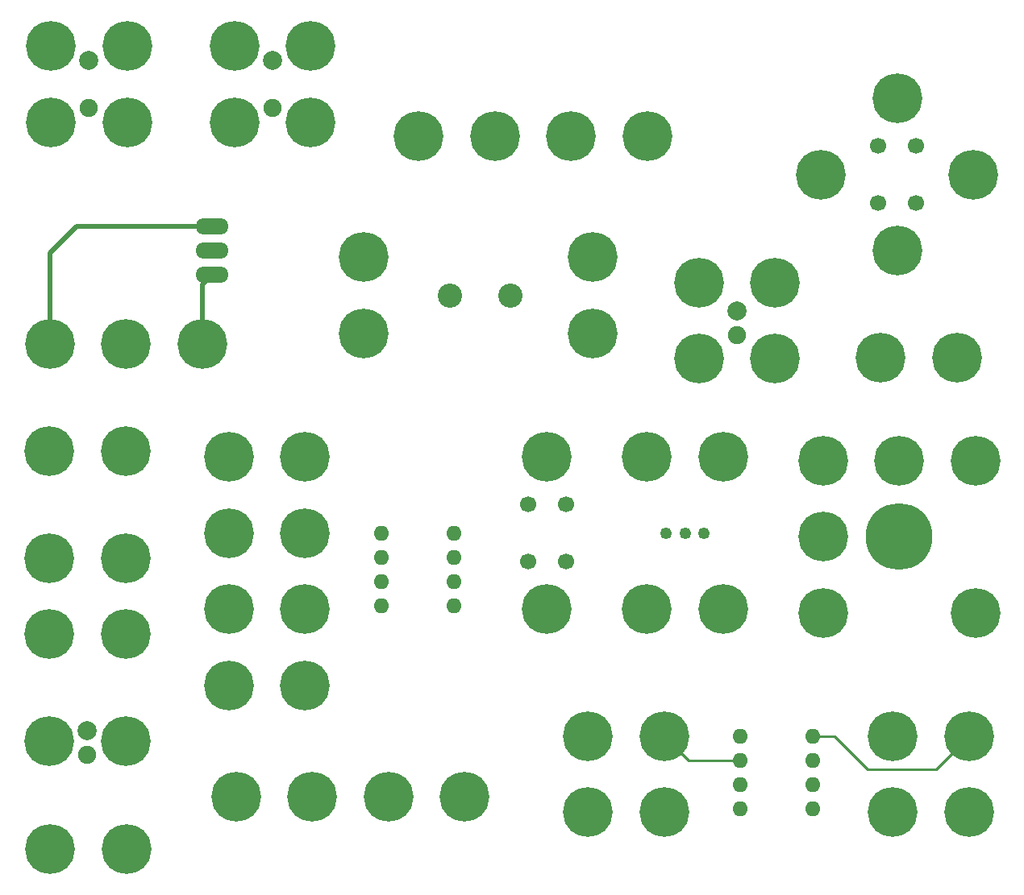
<source format=gbl>
G04 #@! TF.FileFunction,Copper,L2,Bot,Signal*
%FSLAX46Y46*%
G04 Gerber Fmt 4.6, Leading zero omitted, Abs format (unit mm)*
G04 Created by KiCad (PCBNEW 4.0.1-3.201512221402+6198~38~ubuntu14.04.1-stable) date Tue 16 Feb 2016 12:41:40 PM PST*
%MOMM*%
G01*
G04 APERTURE LIST*
%ADD10C,0.100000*%
%ADD11C,5.230000*%
%ADD12C,1.250000*%
%ADD13O,3.500120X1.699260*%
%ADD14C,7.000000*%
%ADD15C,2.000000*%
%ADD16C,1.900000*%
%ADD17O,1.600000X1.600000*%
%ADD18C,1.700000*%
%ADD19C,2.550000*%
%ADD20C,0.254000*%
%ADD21C,0.508000*%
G04 APERTURE END LIST*
D10*
D11*
X95968000Y-78968000D03*
X103968000Y-94968000D03*
D12*
X99968000Y-86968000D03*
X101968000Y-86968000D03*
X97968000Y-86968000D03*
D11*
X103968000Y-78968000D03*
X95968000Y-94968000D03*
D13*
X50275000Y-57250000D03*
X50275000Y-59790000D03*
X50275000Y-54710000D03*
D11*
X33275000Y-67050000D03*
X49275000Y-67050000D03*
X41275000Y-67050000D03*
D14*
X122434000Y-87366000D03*
D11*
X122434000Y-79366000D03*
X130434000Y-95366000D03*
X130434000Y-79366000D03*
X114434000Y-79366000D03*
X114434000Y-95366000D03*
X114434000Y-87366000D03*
X33285000Y-120145000D03*
X41285000Y-120145000D03*
X33205000Y-97590000D03*
X33205000Y-89590000D03*
X41205000Y-89590000D03*
X41205000Y-97590000D03*
D15*
X37205000Y-107740000D03*
D16*
X37205000Y-110280000D03*
D11*
X33205000Y-108860000D03*
X41205000Y-108860000D03*
D15*
X105400000Y-63632000D03*
D16*
X105400000Y-66172000D03*
D11*
X101400000Y-68632000D03*
X101400000Y-60632000D03*
X109400000Y-60632000D03*
X109400000Y-68632000D03*
X33205000Y-78320000D03*
X41205000Y-78320000D03*
X120510000Y-68570000D03*
X128510000Y-68570000D03*
X96000000Y-45215000D03*
X88000000Y-45215000D03*
X80000000Y-45215000D03*
X72000000Y-45215000D03*
D17*
X105780000Y-108318000D03*
X105780000Y-110858000D03*
X105780000Y-113398000D03*
X105780000Y-115938000D03*
X113400000Y-115938000D03*
X113400000Y-113398000D03*
X113400000Y-110858000D03*
X113400000Y-108318000D03*
D11*
X97780000Y-116318000D03*
X97780000Y-108318000D03*
X89780000Y-108318000D03*
X89780000Y-116318000D03*
X121780000Y-108318000D03*
X121780000Y-116318000D03*
X129780000Y-116318000D03*
X129780000Y-108318000D03*
D17*
X68066000Y-86980000D03*
X68066000Y-89520000D03*
X68066000Y-92060000D03*
X68066000Y-94600000D03*
X75686000Y-94600000D03*
X75686000Y-92060000D03*
X75686000Y-89520000D03*
X75686000Y-86980000D03*
D11*
X52066000Y-102980000D03*
X52066000Y-86980000D03*
X52066000Y-78980000D03*
X52066000Y-94980000D03*
X60066000Y-86980000D03*
X60066000Y-102980000D03*
X60066000Y-94980000D03*
X60066000Y-78980000D03*
X68824000Y-114672000D03*
X60824000Y-114672000D03*
X52824000Y-114672000D03*
X76824000Y-114672000D03*
D18*
X124244200Y-46296600D03*
X124244200Y-52296600D03*
X120244200Y-46296600D03*
X120244200Y-52296600D03*
D11*
X114230000Y-49290000D03*
X122230000Y-57290000D03*
X122230000Y-41290000D03*
X130230000Y-49290000D03*
D15*
X37380000Y-37280000D03*
D16*
X37380000Y-42280000D03*
D11*
X33380000Y-43780000D03*
X33380000Y-35780000D03*
X41380000Y-35780000D03*
X41380000Y-43780000D03*
D15*
X56650000Y-37280000D03*
D16*
X56650000Y-42280000D03*
D11*
X52650000Y-43780000D03*
X52650000Y-35780000D03*
X60650000Y-35780000D03*
X60650000Y-43780000D03*
D18*
X87474200Y-83974600D03*
X87474200Y-89974600D03*
X83474200Y-83974600D03*
X83474200Y-89974600D03*
D11*
X85460000Y-94968000D03*
X85460000Y-78968000D03*
D19*
X81582000Y-61976000D03*
D11*
X66232000Y-57976000D03*
X90232000Y-65976000D03*
X66232000Y-65976000D03*
X90232000Y-57976000D03*
D19*
X75232000Y-61976000D03*
D20*
X119160000Y-111808000D02*
X126290000Y-111808000D01*
X126290000Y-111808000D02*
X129780000Y-108318000D01*
X115670000Y-108318000D02*
X119160000Y-111808000D01*
X113400000Y-108318000D02*
X115670000Y-108318000D01*
X105780000Y-110858000D02*
X100320000Y-110858000D01*
X100320000Y-110858000D02*
X97780000Y-108318000D01*
D21*
X49275000Y-67050000D02*
X49275000Y-60790000D01*
X49275000Y-60790000D02*
X50275000Y-59790000D01*
X36095000Y-54710000D02*
X33275000Y-57530000D01*
X33275000Y-57530000D02*
X33275000Y-67050000D01*
X50275000Y-54710000D02*
X36095000Y-54710000D01*
M02*

</source>
